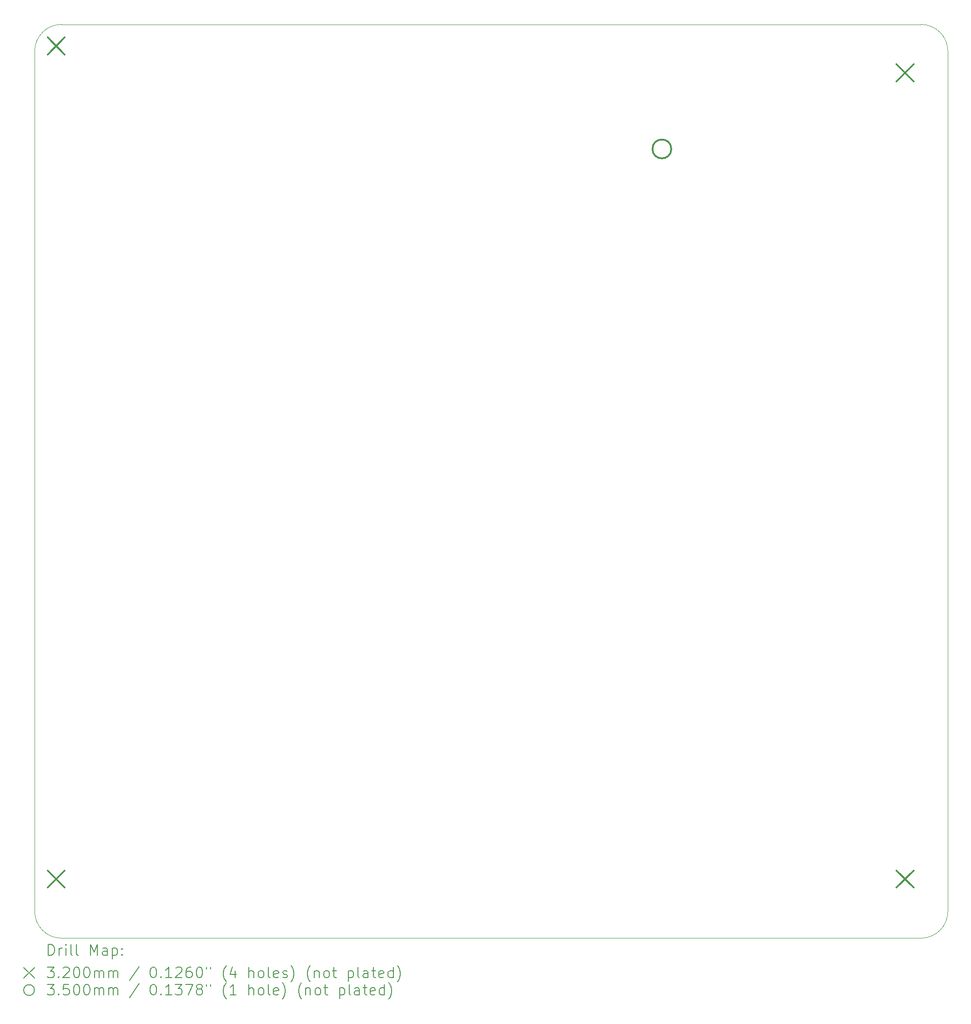
<source format=gbr>
%TF.GenerationSoftware,KiCad,Pcbnew,7.0.3*%
%TF.CreationDate,2023-05-19T23:21:27+08:00*%
%TF.ProjectId,MotherBoard,4d6f7468-6572-4426-9f61-72642e6b6963,rev?*%
%TF.SameCoordinates,PX10513f0PY11c7c20*%
%TF.FileFunction,Drillmap*%
%TF.FilePolarity,Positive*%
%FSLAX45Y45*%
G04 Gerber Fmt 4.5, Leading zero omitted, Abs format (unit mm)*
G04 Created by KiCad (PCBNEW 7.0.3) date 2023-05-19 23:21:27*
%MOMM*%
%LPD*%
G01*
G04 APERTURE LIST*
%ADD10C,0.100000*%
%ADD11C,0.200000*%
%ADD12C,0.320000*%
%ADD13C,0.350000*%
G04 APERTURE END LIST*
D10*
X-400000Y-16100000D02*
X-400000Y-100000D01*
X16600000Y-100000D02*
X16600000Y-16100000D01*
X16600000Y-100000D02*
G75*
G03*
X16100000Y400000I-500000J0D01*
G01*
X100000Y400000D02*
X16100000Y400000D01*
X-400000Y-16100000D02*
G75*
G03*
X100000Y-16600000I500000J0D01*
G01*
X16100000Y-16600000D02*
X100000Y-16600000D01*
X16100000Y-16600000D02*
G75*
G03*
X16600000Y-16100000I0J500000D01*
G01*
X100000Y400000D02*
G75*
G03*
X-400000Y-100000I0J-500000D01*
G01*
D11*
D12*
X-160000Y160000D02*
X160000Y-160000D01*
X160000Y160000D02*
X-160000Y-160000D01*
X-160000Y-15340000D02*
X160000Y-15660000D01*
X160000Y-15340000D02*
X-160000Y-15660000D01*
X15640000Y-340000D02*
X15960000Y-660000D01*
X15960000Y-340000D02*
X15640000Y-660000D01*
X15640000Y-15340000D02*
X15960000Y-15660000D01*
X15960000Y-15340000D02*
X15640000Y-15660000D01*
D13*
X11451000Y-1917000D02*
G75*
G03*
X11451000Y-1917000I-175000J0D01*
G01*
D11*
X-144223Y-16916484D02*
X-144223Y-16716484D01*
X-144223Y-16716484D02*
X-96604Y-16716484D01*
X-96604Y-16716484D02*
X-68033Y-16726008D01*
X-68033Y-16726008D02*
X-48985Y-16745055D01*
X-48985Y-16745055D02*
X-39461Y-16764103D01*
X-39461Y-16764103D02*
X-29937Y-16802198D01*
X-29937Y-16802198D02*
X-29937Y-16830770D01*
X-29937Y-16830770D02*
X-39461Y-16868865D01*
X-39461Y-16868865D02*
X-48985Y-16887912D01*
X-48985Y-16887912D02*
X-68033Y-16906960D01*
X-68033Y-16906960D02*
X-96604Y-16916484D01*
X-96604Y-16916484D02*
X-144223Y-16916484D01*
X55777Y-16916484D02*
X55777Y-16783150D01*
X55777Y-16821246D02*
X65301Y-16802198D01*
X65301Y-16802198D02*
X74824Y-16792674D01*
X74824Y-16792674D02*
X93872Y-16783150D01*
X93872Y-16783150D02*
X112920Y-16783150D01*
X179586Y-16916484D02*
X179586Y-16783150D01*
X179586Y-16716484D02*
X170063Y-16726008D01*
X170063Y-16726008D02*
X179586Y-16735531D01*
X179586Y-16735531D02*
X189110Y-16726008D01*
X189110Y-16726008D02*
X179586Y-16716484D01*
X179586Y-16716484D02*
X179586Y-16735531D01*
X303396Y-16916484D02*
X284348Y-16906960D01*
X284348Y-16906960D02*
X274824Y-16887912D01*
X274824Y-16887912D02*
X274824Y-16716484D01*
X408158Y-16916484D02*
X389110Y-16906960D01*
X389110Y-16906960D02*
X379586Y-16887912D01*
X379586Y-16887912D02*
X379586Y-16716484D01*
X636729Y-16916484D02*
X636729Y-16716484D01*
X636729Y-16716484D02*
X703396Y-16859341D01*
X703396Y-16859341D02*
X770062Y-16716484D01*
X770062Y-16716484D02*
X770062Y-16916484D01*
X951015Y-16916484D02*
X951015Y-16811722D01*
X951015Y-16811722D02*
X941491Y-16792674D01*
X941491Y-16792674D02*
X922443Y-16783150D01*
X922443Y-16783150D02*
X884348Y-16783150D01*
X884348Y-16783150D02*
X865301Y-16792674D01*
X951015Y-16906960D02*
X931967Y-16916484D01*
X931967Y-16916484D02*
X884348Y-16916484D01*
X884348Y-16916484D02*
X865301Y-16906960D01*
X865301Y-16906960D02*
X855777Y-16887912D01*
X855777Y-16887912D02*
X855777Y-16868865D01*
X855777Y-16868865D02*
X865301Y-16849817D01*
X865301Y-16849817D02*
X884348Y-16840293D01*
X884348Y-16840293D02*
X931967Y-16840293D01*
X931967Y-16840293D02*
X951015Y-16830770D01*
X1046253Y-16783150D02*
X1046253Y-16983150D01*
X1046253Y-16792674D02*
X1065301Y-16783150D01*
X1065301Y-16783150D02*
X1103396Y-16783150D01*
X1103396Y-16783150D02*
X1122444Y-16792674D01*
X1122444Y-16792674D02*
X1131967Y-16802198D01*
X1131967Y-16802198D02*
X1141491Y-16821246D01*
X1141491Y-16821246D02*
X1141491Y-16878389D01*
X1141491Y-16878389D02*
X1131967Y-16897436D01*
X1131967Y-16897436D02*
X1122444Y-16906960D01*
X1122444Y-16906960D02*
X1103396Y-16916484D01*
X1103396Y-16916484D02*
X1065301Y-16916484D01*
X1065301Y-16916484D02*
X1046253Y-16906960D01*
X1227205Y-16897436D02*
X1236729Y-16906960D01*
X1236729Y-16906960D02*
X1227205Y-16916484D01*
X1227205Y-16916484D02*
X1217682Y-16906960D01*
X1217682Y-16906960D02*
X1227205Y-16897436D01*
X1227205Y-16897436D02*
X1227205Y-16916484D01*
X1227205Y-16792674D02*
X1236729Y-16802198D01*
X1236729Y-16802198D02*
X1227205Y-16811722D01*
X1227205Y-16811722D02*
X1217682Y-16802198D01*
X1217682Y-16802198D02*
X1227205Y-16792674D01*
X1227205Y-16792674D02*
X1227205Y-16811722D01*
X-605000Y-17145000D02*
X-405000Y-17345000D01*
X-405000Y-17145000D02*
X-605000Y-17345000D01*
X-163271Y-17136484D02*
X-39461Y-17136484D01*
X-39461Y-17136484D02*
X-106128Y-17212674D01*
X-106128Y-17212674D02*
X-77557Y-17212674D01*
X-77557Y-17212674D02*
X-58509Y-17222198D01*
X-58509Y-17222198D02*
X-48985Y-17231722D01*
X-48985Y-17231722D02*
X-39461Y-17250770D01*
X-39461Y-17250770D02*
X-39461Y-17298389D01*
X-39461Y-17298389D02*
X-48985Y-17317436D01*
X-48985Y-17317436D02*
X-58509Y-17326960D01*
X-58509Y-17326960D02*
X-77557Y-17336484D01*
X-77557Y-17336484D02*
X-134699Y-17336484D01*
X-134699Y-17336484D02*
X-153747Y-17326960D01*
X-153747Y-17326960D02*
X-163271Y-17317436D01*
X46253Y-17317436D02*
X55777Y-17326960D01*
X55777Y-17326960D02*
X46253Y-17336484D01*
X46253Y-17336484D02*
X36729Y-17326960D01*
X36729Y-17326960D02*
X46253Y-17317436D01*
X46253Y-17317436D02*
X46253Y-17336484D01*
X131967Y-17155531D02*
X141491Y-17146008D01*
X141491Y-17146008D02*
X160539Y-17136484D01*
X160539Y-17136484D02*
X208158Y-17136484D01*
X208158Y-17136484D02*
X227205Y-17146008D01*
X227205Y-17146008D02*
X236729Y-17155531D01*
X236729Y-17155531D02*
X246253Y-17174579D01*
X246253Y-17174579D02*
X246253Y-17193627D01*
X246253Y-17193627D02*
X236729Y-17222198D01*
X236729Y-17222198D02*
X122443Y-17336484D01*
X122443Y-17336484D02*
X246253Y-17336484D01*
X370062Y-17136484D02*
X389110Y-17136484D01*
X389110Y-17136484D02*
X408158Y-17146008D01*
X408158Y-17146008D02*
X417682Y-17155531D01*
X417682Y-17155531D02*
X427205Y-17174579D01*
X427205Y-17174579D02*
X436729Y-17212674D01*
X436729Y-17212674D02*
X436729Y-17260293D01*
X436729Y-17260293D02*
X427205Y-17298389D01*
X427205Y-17298389D02*
X417682Y-17317436D01*
X417682Y-17317436D02*
X408158Y-17326960D01*
X408158Y-17326960D02*
X389110Y-17336484D01*
X389110Y-17336484D02*
X370062Y-17336484D01*
X370062Y-17336484D02*
X351015Y-17326960D01*
X351015Y-17326960D02*
X341491Y-17317436D01*
X341491Y-17317436D02*
X331967Y-17298389D01*
X331967Y-17298389D02*
X322444Y-17260293D01*
X322444Y-17260293D02*
X322444Y-17212674D01*
X322444Y-17212674D02*
X331967Y-17174579D01*
X331967Y-17174579D02*
X341491Y-17155531D01*
X341491Y-17155531D02*
X351015Y-17146008D01*
X351015Y-17146008D02*
X370062Y-17136484D01*
X560539Y-17136484D02*
X579586Y-17136484D01*
X579586Y-17136484D02*
X598634Y-17146008D01*
X598634Y-17146008D02*
X608158Y-17155531D01*
X608158Y-17155531D02*
X617682Y-17174579D01*
X617682Y-17174579D02*
X627205Y-17212674D01*
X627205Y-17212674D02*
X627205Y-17260293D01*
X627205Y-17260293D02*
X617682Y-17298389D01*
X617682Y-17298389D02*
X608158Y-17317436D01*
X608158Y-17317436D02*
X598634Y-17326960D01*
X598634Y-17326960D02*
X579586Y-17336484D01*
X579586Y-17336484D02*
X560539Y-17336484D01*
X560539Y-17336484D02*
X541491Y-17326960D01*
X541491Y-17326960D02*
X531967Y-17317436D01*
X531967Y-17317436D02*
X522443Y-17298389D01*
X522443Y-17298389D02*
X512920Y-17260293D01*
X512920Y-17260293D02*
X512920Y-17212674D01*
X512920Y-17212674D02*
X522443Y-17174579D01*
X522443Y-17174579D02*
X531967Y-17155531D01*
X531967Y-17155531D02*
X541491Y-17146008D01*
X541491Y-17146008D02*
X560539Y-17136484D01*
X712920Y-17336484D02*
X712920Y-17203150D01*
X712920Y-17222198D02*
X722443Y-17212674D01*
X722443Y-17212674D02*
X741491Y-17203150D01*
X741491Y-17203150D02*
X770063Y-17203150D01*
X770063Y-17203150D02*
X789110Y-17212674D01*
X789110Y-17212674D02*
X798634Y-17231722D01*
X798634Y-17231722D02*
X798634Y-17336484D01*
X798634Y-17231722D02*
X808158Y-17212674D01*
X808158Y-17212674D02*
X827205Y-17203150D01*
X827205Y-17203150D02*
X855777Y-17203150D01*
X855777Y-17203150D02*
X874824Y-17212674D01*
X874824Y-17212674D02*
X884348Y-17231722D01*
X884348Y-17231722D02*
X884348Y-17336484D01*
X979586Y-17336484D02*
X979586Y-17203150D01*
X979586Y-17222198D02*
X989110Y-17212674D01*
X989110Y-17212674D02*
X1008158Y-17203150D01*
X1008158Y-17203150D02*
X1036729Y-17203150D01*
X1036729Y-17203150D02*
X1055777Y-17212674D01*
X1055777Y-17212674D02*
X1065301Y-17231722D01*
X1065301Y-17231722D02*
X1065301Y-17336484D01*
X1065301Y-17231722D02*
X1074825Y-17212674D01*
X1074825Y-17212674D02*
X1093872Y-17203150D01*
X1093872Y-17203150D02*
X1122444Y-17203150D01*
X1122444Y-17203150D02*
X1141491Y-17212674D01*
X1141491Y-17212674D02*
X1151015Y-17231722D01*
X1151015Y-17231722D02*
X1151015Y-17336484D01*
X1541491Y-17126960D02*
X1370063Y-17384103D01*
X1798634Y-17136484D02*
X1817682Y-17136484D01*
X1817682Y-17136484D02*
X1836729Y-17146008D01*
X1836729Y-17146008D02*
X1846253Y-17155531D01*
X1846253Y-17155531D02*
X1855777Y-17174579D01*
X1855777Y-17174579D02*
X1865301Y-17212674D01*
X1865301Y-17212674D02*
X1865301Y-17260293D01*
X1865301Y-17260293D02*
X1855777Y-17298389D01*
X1855777Y-17298389D02*
X1846253Y-17317436D01*
X1846253Y-17317436D02*
X1836729Y-17326960D01*
X1836729Y-17326960D02*
X1817682Y-17336484D01*
X1817682Y-17336484D02*
X1798634Y-17336484D01*
X1798634Y-17336484D02*
X1779586Y-17326960D01*
X1779586Y-17326960D02*
X1770063Y-17317436D01*
X1770063Y-17317436D02*
X1760539Y-17298389D01*
X1760539Y-17298389D02*
X1751015Y-17260293D01*
X1751015Y-17260293D02*
X1751015Y-17212674D01*
X1751015Y-17212674D02*
X1760539Y-17174579D01*
X1760539Y-17174579D02*
X1770063Y-17155531D01*
X1770063Y-17155531D02*
X1779586Y-17146008D01*
X1779586Y-17146008D02*
X1798634Y-17136484D01*
X1951015Y-17317436D02*
X1960539Y-17326960D01*
X1960539Y-17326960D02*
X1951015Y-17336484D01*
X1951015Y-17336484D02*
X1941491Y-17326960D01*
X1941491Y-17326960D02*
X1951015Y-17317436D01*
X1951015Y-17317436D02*
X1951015Y-17336484D01*
X2151015Y-17336484D02*
X2036729Y-17336484D01*
X2093872Y-17336484D02*
X2093872Y-17136484D01*
X2093872Y-17136484D02*
X2074825Y-17165055D01*
X2074825Y-17165055D02*
X2055777Y-17184103D01*
X2055777Y-17184103D02*
X2036729Y-17193627D01*
X2227206Y-17155531D02*
X2236729Y-17146008D01*
X2236729Y-17146008D02*
X2255777Y-17136484D01*
X2255777Y-17136484D02*
X2303396Y-17136484D01*
X2303396Y-17136484D02*
X2322444Y-17146008D01*
X2322444Y-17146008D02*
X2331968Y-17155531D01*
X2331968Y-17155531D02*
X2341491Y-17174579D01*
X2341491Y-17174579D02*
X2341491Y-17193627D01*
X2341491Y-17193627D02*
X2331968Y-17222198D01*
X2331968Y-17222198D02*
X2217682Y-17336484D01*
X2217682Y-17336484D02*
X2341491Y-17336484D01*
X2512920Y-17136484D02*
X2474825Y-17136484D01*
X2474825Y-17136484D02*
X2455777Y-17146008D01*
X2455777Y-17146008D02*
X2446253Y-17155531D01*
X2446253Y-17155531D02*
X2427206Y-17184103D01*
X2427206Y-17184103D02*
X2417682Y-17222198D01*
X2417682Y-17222198D02*
X2417682Y-17298389D01*
X2417682Y-17298389D02*
X2427206Y-17317436D01*
X2427206Y-17317436D02*
X2436729Y-17326960D01*
X2436729Y-17326960D02*
X2455777Y-17336484D01*
X2455777Y-17336484D02*
X2493872Y-17336484D01*
X2493872Y-17336484D02*
X2512920Y-17326960D01*
X2512920Y-17326960D02*
X2522444Y-17317436D01*
X2522444Y-17317436D02*
X2531968Y-17298389D01*
X2531968Y-17298389D02*
X2531968Y-17250770D01*
X2531968Y-17250770D02*
X2522444Y-17231722D01*
X2522444Y-17231722D02*
X2512920Y-17222198D01*
X2512920Y-17222198D02*
X2493872Y-17212674D01*
X2493872Y-17212674D02*
X2455777Y-17212674D01*
X2455777Y-17212674D02*
X2436729Y-17222198D01*
X2436729Y-17222198D02*
X2427206Y-17231722D01*
X2427206Y-17231722D02*
X2417682Y-17250770D01*
X2655777Y-17136484D02*
X2674825Y-17136484D01*
X2674825Y-17136484D02*
X2693872Y-17146008D01*
X2693872Y-17146008D02*
X2703396Y-17155531D01*
X2703396Y-17155531D02*
X2712920Y-17174579D01*
X2712920Y-17174579D02*
X2722444Y-17212674D01*
X2722444Y-17212674D02*
X2722444Y-17260293D01*
X2722444Y-17260293D02*
X2712920Y-17298389D01*
X2712920Y-17298389D02*
X2703396Y-17317436D01*
X2703396Y-17317436D02*
X2693872Y-17326960D01*
X2693872Y-17326960D02*
X2674825Y-17336484D01*
X2674825Y-17336484D02*
X2655777Y-17336484D01*
X2655777Y-17336484D02*
X2636729Y-17326960D01*
X2636729Y-17326960D02*
X2627206Y-17317436D01*
X2627206Y-17317436D02*
X2617682Y-17298389D01*
X2617682Y-17298389D02*
X2608158Y-17260293D01*
X2608158Y-17260293D02*
X2608158Y-17212674D01*
X2608158Y-17212674D02*
X2617682Y-17174579D01*
X2617682Y-17174579D02*
X2627206Y-17155531D01*
X2627206Y-17155531D02*
X2636729Y-17146008D01*
X2636729Y-17146008D02*
X2655777Y-17136484D01*
X2798634Y-17136484D02*
X2798634Y-17174579D01*
X2874825Y-17136484D02*
X2874825Y-17174579D01*
X3170063Y-17412674D02*
X3160539Y-17403150D01*
X3160539Y-17403150D02*
X3141491Y-17374579D01*
X3141491Y-17374579D02*
X3131968Y-17355531D01*
X3131968Y-17355531D02*
X3122444Y-17326960D01*
X3122444Y-17326960D02*
X3112920Y-17279341D01*
X3112920Y-17279341D02*
X3112920Y-17241246D01*
X3112920Y-17241246D02*
X3122444Y-17193627D01*
X3122444Y-17193627D02*
X3131968Y-17165055D01*
X3131968Y-17165055D02*
X3141491Y-17146008D01*
X3141491Y-17146008D02*
X3160539Y-17117436D01*
X3160539Y-17117436D02*
X3170063Y-17107912D01*
X3331968Y-17203150D02*
X3331968Y-17336484D01*
X3284348Y-17126960D02*
X3236729Y-17269817D01*
X3236729Y-17269817D02*
X3360539Y-17269817D01*
X3589110Y-17336484D02*
X3589110Y-17136484D01*
X3674825Y-17336484D02*
X3674825Y-17231722D01*
X3674825Y-17231722D02*
X3665301Y-17212674D01*
X3665301Y-17212674D02*
X3646253Y-17203150D01*
X3646253Y-17203150D02*
X3617682Y-17203150D01*
X3617682Y-17203150D02*
X3598634Y-17212674D01*
X3598634Y-17212674D02*
X3589110Y-17222198D01*
X3798634Y-17336484D02*
X3779587Y-17326960D01*
X3779587Y-17326960D02*
X3770063Y-17317436D01*
X3770063Y-17317436D02*
X3760539Y-17298389D01*
X3760539Y-17298389D02*
X3760539Y-17241246D01*
X3760539Y-17241246D02*
X3770063Y-17222198D01*
X3770063Y-17222198D02*
X3779587Y-17212674D01*
X3779587Y-17212674D02*
X3798634Y-17203150D01*
X3798634Y-17203150D02*
X3827206Y-17203150D01*
X3827206Y-17203150D02*
X3846253Y-17212674D01*
X3846253Y-17212674D02*
X3855777Y-17222198D01*
X3855777Y-17222198D02*
X3865301Y-17241246D01*
X3865301Y-17241246D02*
X3865301Y-17298389D01*
X3865301Y-17298389D02*
X3855777Y-17317436D01*
X3855777Y-17317436D02*
X3846253Y-17326960D01*
X3846253Y-17326960D02*
X3827206Y-17336484D01*
X3827206Y-17336484D02*
X3798634Y-17336484D01*
X3979587Y-17336484D02*
X3960539Y-17326960D01*
X3960539Y-17326960D02*
X3951015Y-17307912D01*
X3951015Y-17307912D02*
X3951015Y-17136484D01*
X4131968Y-17326960D02*
X4112920Y-17336484D01*
X4112920Y-17336484D02*
X4074825Y-17336484D01*
X4074825Y-17336484D02*
X4055777Y-17326960D01*
X4055777Y-17326960D02*
X4046253Y-17307912D01*
X4046253Y-17307912D02*
X4046253Y-17231722D01*
X4046253Y-17231722D02*
X4055777Y-17212674D01*
X4055777Y-17212674D02*
X4074825Y-17203150D01*
X4074825Y-17203150D02*
X4112920Y-17203150D01*
X4112920Y-17203150D02*
X4131968Y-17212674D01*
X4131968Y-17212674D02*
X4141491Y-17231722D01*
X4141491Y-17231722D02*
X4141491Y-17250770D01*
X4141491Y-17250770D02*
X4046253Y-17269817D01*
X4217682Y-17326960D02*
X4236730Y-17336484D01*
X4236730Y-17336484D02*
X4274825Y-17336484D01*
X4274825Y-17336484D02*
X4293873Y-17326960D01*
X4293873Y-17326960D02*
X4303396Y-17307912D01*
X4303396Y-17307912D02*
X4303396Y-17298389D01*
X4303396Y-17298389D02*
X4293873Y-17279341D01*
X4293873Y-17279341D02*
X4274825Y-17269817D01*
X4274825Y-17269817D02*
X4246253Y-17269817D01*
X4246253Y-17269817D02*
X4227206Y-17260293D01*
X4227206Y-17260293D02*
X4217682Y-17241246D01*
X4217682Y-17241246D02*
X4217682Y-17231722D01*
X4217682Y-17231722D02*
X4227206Y-17212674D01*
X4227206Y-17212674D02*
X4246253Y-17203150D01*
X4246253Y-17203150D02*
X4274825Y-17203150D01*
X4274825Y-17203150D02*
X4293873Y-17212674D01*
X4370063Y-17412674D02*
X4379587Y-17403150D01*
X4379587Y-17403150D02*
X4398634Y-17374579D01*
X4398634Y-17374579D02*
X4408158Y-17355531D01*
X4408158Y-17355531D02*
X4417682Y-17326960D01*
X4417682Y-17326960D02*
X4427206Y-17279341D01*
X4427206Y-17279341D02*
X4427206Y-17241246D01*
X4427206Y-17241246D02*
X4417682Y-17193627D01*
X4417682Y-17193627D02*
X4408158Y-17165055D01*
X4408158Y-17165055D02*
X4398634Y-17146008D01*
X4398634Y-17146008D02*
X4379587Y-17117436D01*
X4379587Y-17117436D02*
X4370063Y-17107912D01*
X4731968Y-17412674D02*
X4722444Y-17403150D01*
X4722444Y-17403150D02*
X4703396Y-17374579D01*
X4703396Y-17374579D02*
X4693873Y-17355531D01*
X4693873Y-17355531D02*
X4684349Y-17326960D01*
X4684349Y-17326960D02*
X4674825Y-17279341D01*
X4674825Y-17279341D02*
X4674825Y-17241246D01*
X4674825Y-17241246D02*
X4684349Y-17193627D01*
X4684349Y-17193627D02*
X4693873Y-17165055D01*
X4693873Y-17165055D02*
X4703396Y-17146008D01*
X4703396Y-17146008D02*
X4722444Y-17117436D01*
X4722444Y-17117436D02*
X4731968Y-17107912D01*
X4808158Y-17203150D02*
X4808158Y-17336484D01*
X4808158Y-17222198D02*
X4817682Y-17212674D01*
X4817682Y-17212674D02*
X4836730Y-17203150D01*
X4836730Y-17203150D02*
X4865301Y-17203150D01*
X4865301Y-17203150D02*
X4884349Y-17212674D01*
X4884349Y-17212674D02*
X4893873Y-17231722D01*
X4893873Y-17231722D02*
X4893873Y-17336484D01*
X5017682Y-17336484D02*
X4998634Y-17326960D01*
X4998634Y-17326960D02*
X4989111Y-17317436D01*
X4989111Y-17317436D02*
X4979587Y-17298389D01*
X4979587Y-17298389D02*
X4979587Y-17241246D01*
X4979587Y-17241246D02*
X4989111Y-17222198D01*
X4989111Y-17222198D02*
X4998634Y-17212674D01*
X4998634Y-17212674D02*
X5017682Y-17203150D01*
X5017682Y-17203150D02*
X5046254Y-17203150D01*
X5046254Y-17203150D02*
X5065301Y-17212674D01*
X5065301Y-17212674D02*
X5074825Y-17222198D01*
X5074825Y-17222198D02*
X5084349Y-17241246D01*
X5084349Y-17241246D02*
X5084349Y-17298389D01*
X5084349Y-17298389D02*
X5074825Y-17317436D01*
X5074825Y-17317436D02*
X5065301Y-17326960D01*
X5065301Y-17326960D02*
X5046254Y-17336484D01*
X5046254Y-17336484D02*
X5017682Y-17336484D01*
X5141492Y-17203150D02*
X5217682Y-17203150D01*
X5170063Y-17136484D02*
X5170063Y-17307912D01*
X5170063Y-17307912D02*
X5179587Y-17326960D01*
X5179587Y-17326960D02*
X5198634Y-17336484D01*
X5198634Y-17336484D02*
X5217682Y-17336484D01*
X5436730Y-17203150D02*
X5436730Y-17403150D01*
X5436730Y-17212674D02*
X5455777Y-17203150D01*
X5455777Y-17203150D02*
X5493873Y-17203150D01*
X5493873Y-17203150D02*
X5512920Y-17212674D01*
X5512920Y-17212674D02*
X5522444Y-17222198D01*
X5522444Y-17222198D02*
X5531968Y-17241246D01*
X5531968Y-17241246D02*
X5531968Y-17298389D01*
X5531968Y-17298389D02*
X5522444Y-17317436D01*
X5522444Y-17317436D02*
X5512920Y-17326960D01*
X5512920Y-17326960D02*
X5493873Y-17336484D01*
X5493873Y-17336484D02*
X5455777Y-17336484D01*
X5455777Y-17336484D02*
X5436730Y-17326960D01*
X5646253Y-17336484D02*
X5627206Y-17326960D01*
X5627206Y-17326960D02*
X5617682Y-17307912D01*
X5617682Y-17307912D02*
X5617682Y-17136484D01*
X5808158Y-17336484D02*
X5808158Y-17231722D01*
X5808158Y-17231722D02*
X5798634Y-17212674D01*
X5798634Y-17212674D02*
X5779587Y-17203150D01*
X5779587Y-17203150D02*
X5741492Y-17203150D01*
X5741492Y-17203150D02*
X5722444Y-17212674D01*
X5808158Y-17326960D02*
X5789111Y-17336484D01*
X5789111Y-17336484D02*
X5741492Y-17336484D01*
X5741492Y-17336484D02*
X5722444Y-17326960D01*
X5722444Y-17326960D02*
X5712920Y-17307912D01*
X5712920Y-17307912D02*
X5712920Y-17288865D01*
X5712920Y-17288865D02*
X5722444Y-17269817D01*
X5722444Y-17269817D02*
X5741492Y-17260293D01*
X5741492Y-17260293D02*
X5789111Y-17260293D01*
X5789111Y-17260293D02*
X5808158Y-17250770D01*
X5874825Y-17203150D02*
X5951015Y-17203150D01*
X5903396Y-17136484D02*
X5903396Y-17307912D01*
X5903396Y-17307912D02*
X5912920Y-17326960D01*
X5912920Y-17326960D02*
X5931968Y-17336484D01*
X5931968Y-17336484D02*
X5951015Y-17336484D01*
X6093873Y-17326960D02*
X6074825Y-17336484D01*
X6074825Y-17336484D02*
X6036730Y-17336484D01*
X6036730Y-17336484D02*
X6017682Y-17326960D01*
X6017682Y-17326960D02*
X6008158Y-17307912D01*
X6008158Y-17307912D02*
X6008158Y-17231722D01*
X6008158Y-17231722D02*
X6017682Y-17212674D01*
X6017682Y-17212674D02*
X6036730Y-17203150D01*
X6036730Y-17203150D02*
X6074825Y-17203150D01*
X6074825Y-17203150D02*
X6093873Y-17212674D01*
X6093873Y-17212674D02*
X6103396Y-17231722D01*
X6103396Y-17231722D02*
X6103396Y-17250770D01*
X6103396Y-17250770D02*
X6008158Y-17269817D01*
X6274825Y-17336484D02*
X6274825Y-17136484D01*
X6274825Y-17326960D02*
X6255777Y-17336484D01*
X6255777Y-17336484D02*
X6217682Y-17336484D01*
X6217682Y-17336484D02*
X6198634Y-17326960D01*
X6198634Y-17326960D02*
X6189111Y-17317436D01*
X6189111Y-17317436D02*
X6179587Y-17298389D01*
X6179587Y-17298389D02*
X6179587Y-17241246D01*
X6179587Y-17241246D02*
X6189111Y-17222198D01*
X6189111Y-17222198D02*
X6198634Y-17212674D01*
X6198634Y-17212674D02*
X6217682Y-17203150D01*
X6217682Y-17203150D02*
X6255777Y-17203150D01*
X6255777Y-17203150D02*
X6274825Y-17212674D01*
X6351015Y-17412674D02*
X6360539Y-17403150D01*
X6360539Y-17403150D02*
X6379587Y-17374579D01*
X6379587Y-17374579D02*
X6389111Y-17355531D01*
X6389111Y-17355531D02*
X6398634Y-17326960D01*
X6398634Y-17326960D02*
X6408158Y-17279341D01*
X6408158Y-17279341D02*
X6408158Y-17241246D01*
X6408158Y-17241246D02*
X6398634Y-17193627D01*
X6398634Y-17193627D02*
X6389111Y-17165055D01*
X6389111Y-17165055D02*
X6379587Y-17146008D01*
X6379587Y-17146008D02*
X6360539Y-17117436D01*
X6360539Y-17117436D02*
X6351015Y-17107912D01*
X-405000Y-17565000D02*
G75*
G03*
X-405000Y-17565000I-100000J0D01*
G01*
X-163271Y-17456484D02*
X-39461Y-17456484D01*
X-39461Y-17456484D02*
X-106128Y-17532674D01*
X-106128Y-17532674D02*
X-77557Y-17532674D01*
X-77557Y-17532674D02*
X-58509Y-17542198D01*
X-58509Y-17542198D02*
X-48985Y-17551722D01*
X-48985Y-17551722D02*
X-39461Y-17570770D01*
X-39461Y-17570770D02*
X-39461Y-17618389D01*
X-39461Y-17618389D02*
X-48985Y-17637436D01*
X-48985Y-17637436D02*
X-58509Y-17646960D01*
X-58509Y-17646960D02*
X-77557Y-17656484D01*
X-77557Y-17656484D02*
X-134699Y-17656484D01*
X-134699Y-17656484D02*
X-153747Y-17646960D01*
X-153747Y-17646960D02*
X-163271Y-17637436D01*
X46253Y-17637436D02*
X55777Y-17646960D01*
X55777Y-17646960D02*
X46253Y-17656484D01*
X46253Y-17656484D02*
X36729Y-17646960D01*
X36729Y-17646960D02*
X46253Y-17637436D01*
X46253Y-17637436D02*
X46253Y-17656484D01*
X236729Y-17456484D02*
X141491Y-17456484D01*
X141491Y-17456484D02*
X131967Y-17551722D01*
X131967Y-17551722D02*
X141491Y-17542198D01*
X141491Y-17542198D02*
X160539Y-17532674D01*
X160539Y-17532674D02*
X208158Y-17532674D01*
X208158Y-17532674D02*
X227205Y-17542198D01*
X227205Y-17542198D02*
X236729Y-17551722D01*
X236729Y-17551722D02*
X246253Y-17570770D01*
X246253Y-17570770D02*
X246253Y-17618389D01*
X246253Y-17618389D02*
X236729Y-17637436D01*
X236729Y-17637436D02*
X227205Y-17646960D01*
X227205Y-17646960D02*
X208158Y-17656484D01*
X208158Y-17656484D02*
X160539Y-17656484D01*
X160539Y-17656484D02*
X141491Y-17646960D01*
X141491Y-17646960D02*
X131967Y-17637436D01*
X370062Y-17456484D02*
X389110Y-17456484D01*
X389110Y-17456484D02*
X408158Y-17466008D01*
X408158Y-17466008D02*
X417682Y-17475531D01*
X417682Y-17475531D02*
X427205Y-17494579D01*
X427205Y-17494579D02*
X436729Y-17532674D01*
X436729Y-17532674D02*
X436729Y-17580293D01*
X436729Y-17580293D02*
X427205Y-17618389D01*
X427205Y-17618389D02*
X417682Y-17637436D01*
X417682Y-17637436D02*
X408158Y-17646960D01*
X408158Y-17646960D02*
X389110Y-17656484D01*
X389110Y-17656484D02*
X370062Y-17656484D01*
X370062Y-17656484D02*
X351015Y-17646960D01*
X351015Y-17646960D02*
X341491Y-17637436D01*
X341491Y-17637436D02*
X331967Y-17618389D01*
X331967Y-17618389D02*
X322444Y-17580293D01*
X322444Y-17580293D02*
X322444Y-17532674D01*
X322444Y-17532674D02*
X331967Y-17494579D01*
X331967Y-17494579D02*
X341491Y-17475531D01*
X341491Y-17475531D02*
X351015Y-17466008D01*
X351015Y-17466008D02*
X370062Y-17456484D01*
X560539Y-17456484D02*
X579586Y-17456484D01*
X579586Y-17456484D02*
X598634Y-17466008D01*
X598634Y-17466008D02*
X608158Y-17475531D01*
X608158Y-17475531D02*
X617682Y-17494579D01*
X617682Y-17494579D02*
X627205Y-17532674D01*
X627205Y-17532674D02*
X627205Y-17580293D01*
X627205Y-17580293D02*
X617682Y-17618389D01*
X617682Y-17618389D02*
X608158Y-17637436D01*
X608158Y-17637436D02*
X598634Y-17646960D01*
X598634Y-17646960D02*
X579586Y-17656484D01*
X579586Y-17656484D02*
X560539Y-17656484D01*
X560539Y-17656484D02*
X541491Y-17646960D01*
X541491Y-17646960D02*
X531967Y-17637436D01*
X531967Y-17637436D02*
X522443Y-17618389D01*
X522443Y-17618389D02*
X512920Y-17580293D01*
X512920Y-17580293D02*
X512920Y-17532674D01*
X512920Y-17532674D02*
X522443Y-17494579D01*
X522443Y-17494579D02*
X531967Y-17475531D01*
X531967Y-17475531D02*
X541491Y-17466008D01*
X541491Y-17466008D02*
X560539Y-17456484D01*
X712920Y-17656484D02*
X712920Y-17523150D01*
X712920Y-17542198D02*
X722443Y-17532674D01*
X722443Y-17532674D02*
X741491Y-17523150D01*
X741491Y-17523150D02*
X770063Y-17523150D01*
X770063Y-17523150D02*
X789110Y-17532674D01*
X789110Y-17532674D02*
X798634Y-17551722D01*
X798634Y-17551722D02*
X798634Y-17656484D01*
X798634Y-17551722D02*
X808158Y-17532674D01*
X808158Y-17532674D02*
X827205Y-17523150D01*
X827205Y-17523150D02*
X855777Y-17523150D01*
X855777Y-17523150D02*
X874824Y-17532674D01*
X874824Y-17532674D02*
X884348Y-17551722D01*
X884348Y-17551722D02*
X884348Y-17656484D01*
X979586Y-17656484D02*
X979586Y-17523150D01*
X979586Y-17542198D02*
X989110Y-17532674D01*
X989110Y-17532674D02*
X1008158Y-17523150D01*
X1008158Y-17523150D02*
X1036729Y-17523150D01*
X1036729Y-17523150D02*
X1055777Y-17532674D01*
X1055777Y-17532674D02*
X1065301Y-17551722D01*
X1065301Y-17551722D02*
X1065301Y-17656484D01*
X1065301Y-17551722D02*
X1074825Y-17532674D01*
X1074825Y-17532674D02*
X1093872Y-17523150D01*
X1093872Y-17523150D02*
X1122444Y-17523150D01*
X1122444Y-17523150D02*
X1141491Y-17532674D01*
X1141491Y-17532674D02*
X1151015Y-17551722D01*
X1151015Y-17551722D02*
X1151015Y-17656484D01*
X1541491Y-17446960D02*
X1370063Y-17704103D01*
X1798634Y-17456484D02*
X1817682Y-17456484D01*
X1817682Y-17456484D02*
X1836729Y-17466008D01*
X1836729Y-17466008D02*
X1846253Y-17475531D01*
X1846253Y-17475531D02*
X1855777Y-17494579D01*
X1855777Y-17494579D02*
X1865301Y-17532674D01*
X1865301Y-17532674D02*
X1865301Y-17580293D01*
X1865301Y-17580293D02*
X1855777Y-17618389D01*
X1855777Y-17618389D02*
X1846253Y-17637436D01*
X1846253Y-17637436D02*
X1836729Y-17646960D01*
X1836729Y-17646960D02*
X1817682Y-17656484D01*
X1817682Y-17656484D02*
X1798634Y-17656484D01*
X1798634Y-17656484D02*
X1779586Y-17646960D01*
X1779586Y-17646960D02*
X1770063Y-17637436D01*
X1770063Y-17637436D02*
X1760539Y-17618389D01*
X1760539Y-17618389D02*
X1751015Y-17580293D01*
X1751015Y-17580293D02*
X1751015Y-17532674D01*
X1751015Y-17532674D02*
X1760539Y-17494579D01*
X1760539Y-17494579D02*
X1770063Y-17475531D01*
X1770063Y-17475531D02*
X1779586Y-17466008D01*
X1779586Y-17466008D02*
X1798634Y-17456484D01*
X1951015Y-17637436D02*
X1960539Y-17646960D01*
X1960539Y-17646960D02*
X1951015Y-17656484D01*
X1951015Y-17656484D02*
X1941491Y-17646960D01*
X1941491Y-17646960D02*
X1951015Y-17637436D01*
X1951015Y-17637436D02*
X1951015Y-17656484D01*
X2151015Y-17656484D02*
X2036729Y-17656484D01*
X2093872Y-17656484D02*
X2093872Y-17456484D01*
X2093872Y-17456484D02*
X2074825Y-17485055D01*
X2074825Y-17485055D02*
X2055777Y-17504103D01*
X2055777Y-17504103D02*
X2036729Y-17513627D01*
X2217682Y-17456484D02*
X2341491Y-17456484D01*
X2341491Y-17456484D02*
X2274825Y-17532674D01*
X2274825Y-17532674D02*
X2303396Y-17532674D01*
X2303396Y-17532674D02*
X2322444Y-17542198D01*
X2322444Y-17542198D02*
X2331968Y-17551722D01*
X2331968Y-17551722D02*
X2341491Y-17570770D01*
X2341491Y-17570770D02*
X2341491Y-17618389D01*
X2341491Y-17618389D02*
X2331968Y-17637436D01*
X2331968Y-17637436D02*
X2322444Y-17646960D01*
X2322444Y-17646960D02*
X2303396Y-17656484D01*
X2303396Y-17656484D02*
X2246253Y-17656484D01*
X2246253Y-17656484D02*
X2227206Y-17646960D01*
X2227206Y-17646960D02*
X2217682Y-17637436D01*
X2408158Y-17456484D02*
X2541491Y-17456484D01*
X2541491Y-17456484D02*
X2455777Y-17656484D01*
X2646253Y-17542198D02*
X2627206Y-17532674D01*
X2627206Y-17532674D02*
X2617682Y-17523150D01*
X2617682Y-17523150D02*
X2608158Y-17504103D01*
X2608158Y-17504103D02*
X2608158Y-17494579D01*
X2608158Y-17494579D02*
X2617682Y-17475531D01*
X2617682Y-17475531D02*
X2627206Y-17466008D01*
X2627206Y-17466008D02*
X2646253Y-17456484D01*
X2646253Y-17456484D02*
X2684349Y-17456484D01*
X2684349Y-17456484D02*
X2703396Y-17466008D01*
X2703396Y-17466008D02*
X2712920Y-17475531D01*
X2712920Y-17475531D02*
X2722444Y-17494579D01*
X2722444Y-17494579D02*
X2722444Y-17504103D01*
X2722444Y-17504103D02*
X2712920Y-17523150D01*
X2712920Y-17523150D02*
X2703396Y-17532674D01*
X2703396Y-17532674D02*
X2684349Y-17542198D01*
X2684349Y-17542198D02*
X2646253Y-17542198D01*
X2646253Y-17542198D02*
X2627206Y-17551722D01*
X2627206Y-17551722D02*
X2617682Y-17561246D01*
X2617682Y-17561246D02*
X2608158Y-17580293D01*
X2608158Y-17580293D02*
X2608158Y-17618389D01*
X2608158Y-17618389D02*
X2617682Y-17637436D01*
X2617682Y-17637436D02*
X2627206Y-17646960D01*
X2627206Y-17646960D02*
X2646253Y-17656484D01*
X2646253Y-17656484D02*
X2684349Y-17656484D01*
X2684349Y-17656484D02*
X2703396Y-17646960D01*
X2703396Y-17646960D02*
X2712920Y-17637436D01*
X2712920Y-17637436D02*
X2722444Y-17618389D01*
X2722444Y-17618389D02*
X2722444Y-17580293D01*
X2722444Y-17580293D02*
X2712920Y-17561246D01*
X2712920Y-17561246D02*
X2703396Y-17551722D01*
X2703396Y-17551722D02*
X2684349Y-17542198D01*
X2798634Y-17456484D02*
X2798634Y-17494579D01*
X2874825Y-17456484D02*
X2874825Y-17494579D01*
X3170063Y-17732674D02*
X3160539Y-17723150D01*
X3160539Y-17723150D02*
X3141491Y-17694579D01*
X3141491Y-17694579D02*
X3131968Y-17675531D01*
X3131968Y-17675531D02*
X3122444Y-17646960D01*
X3122444Y-17646960D02*
X3112920Y-17599341D01*
X3112920Y-17599341D02*
X3112920Y-17561246D01*
X3112920Y-17561246D02*
X3122444Y-17513627D01*
X3122444Y-17513627D02*
X3131968Y-17485055D01*
X3131968Y-17485055D02*
X3141491Y-17466008D01*
X3141491Y-17466008D02*
X3160539Y-17437436D01*
X3160539Y-17437436D02*
X3170063Y-17427912D01*
X3351015Y-17656484D02*
X3236729Y-17656484D01*
X3293872Y-17656484D02*
X3293872Y-17456484D01*
X3293872Y-17456484D02*
X3274825Y-17485055D01*
X3274825Y-17485055D02*
X3255777Y-17504103D01*
X3255777Y-17504103D02*
X3236729Y-17513627D01*
X3589110Y-17656484D02*
X3589110Y-17456484D01*
X3674825Y-17656484D02*
X3674825Y-17551722D01*
X3674825Y-17551722D02*
X3665301Y-17532674D01*
X3665301Y-17532674D02*
X3646253Y-17523150D01*
X3646253Y-17523150D02*
X3617682Y-17523150D01*
X3617682Y-17523150D02*
X3598634Y-17532674D01*
X3598634Y-17532674D02*
X3589110Y-17542198D01*
X3798634Y-17656484D02*
X3779587Y-17646960D01*
X3779587Y-17646960D02*
X3770063Y-17637436D01*
X3770063Y-17637436D02*
X3760539Y-17618389D01*
X3760539Y-17618389D02*
X3760539Y-17561246D01*
X3760539Y-17561246D02*
X3770063Y-17542198D01*
X3770063Y-17542198D02*
X3779587Y-17532674D01*
X3779587Y-17532674D02*
X3798634Y-17523150D01*
X3798634Y-17523150D02*
X3827206Y-17523150D01*
X3827206Y-17523150D02*
X3846253Y-17532674D01*
X3846253Y-17532674D02*
X3855777Y-17542198D01*
X3855777Y-17542198D02*
X3865301Y-17561246D01*
X3865301Y-17561246D02*
X3865301Y-17618389D01*
X3865301Y-17618389D02*
X3855777Y-17637436D01*
X3855777Y-17637436D02*
X3846253Y-17646960D01*
X3846253Y-17646960D02*
X3827206Y-17656484D01*
X3827206Y-17656484D02*
X3798634Y-17656484D01*
X3979587Y-17656484D02*
X3960539Y-17646960D01*
X3960539Y-17646960D02*
X3951015Y-17627912D01*
X3951015Y-17627912D02*
X3951015Y-17456484D01*
X4131968Y-17646960D02*
X4112920Y-17656484D01*
X4112920Y-17656484D02*
X4074825Y-17656484D01*
X4074825Y-17656484D02*
X4055777Y-17646960D01*
X4055777Y-17646960D02*
X4046253Y-17627912D01*
X4046253Y-17627912D02*
X4046253Y-17551722D01*
X4046253Y-17551722D02*
X4055777Y-17532674D01*
X4055777Y-17532674D02*
X4074825Y-17523150D01*
X4074825Y-17523150D02*
X4112920Y-17523150D01*
X4112920Y-17523150D02*
X4131968Y-17532674D01*
X4131968Y-17532674D02*
X4141491Y-17551722D01*
X4141491Y-17551722D02*
X4141491Y-17570770D01*
X4141491Y-17570770D02*
X4046253Y-17589817D01*
X4208158Y-17732674D02*
X4217682Y-17723150D01*
X4217682Y-17723150D02*
X4236730Y-17694579D01*
X4236730Y-17694579D02*
X4246253Y-17675531D01*
X4246253Y-17675531D02*
X4255777Y-17646960D01*
X4255777Y-17646960D02*
X4265301Y-17599341D01*
X4265301Y-17599341D02*
X4265301Y-17561246D01*
X4265301Y-17561246D02*
X4255777Y-17513627D01*
X4255777Y-17513627D02*
X4246253Y-17485055D01*
X4246253Y-17485055D02*
X4236730Y-17466008D01*
X4236730Y-17466008D02*
X4217682Y-17437436D01*
X4217682Y-17437436D02*
X4208158Y-17427912D01*
X4570063Y-17732674D02*
X4560539Y-17723150D01*
X4560539Y-17723150D02*
X4541492Y-17694579D01*
X4541492Y-17694579D02*
X4531968Y-17675531D01*
X4531968Y-17675531D02*
X4522444Y-17646960D01*
X4522444Y-17646960D02*
X4512920Y-17599341D01*
X4512920Y-17599341D02*
X4512920Y-17561246D01*
X4512920Y-17561246D02*
X4522444Y-17513627D01*
X4522444Y-17513627D02*
X4531968Y-17485055D01*
X4531968Y-17485055D02*
X4541492Y-17466008D01*
X4541492Y-17466008D02*
X4560539Y-17437436D01*
X4560539Y-17437436D02*
X4570063Y-17427912D01*
X4646253Y-17523150D02*
X4646253Y-17656484D01*
X4646253Y-17542198D02*
X4655777Y-17532674D01*
X4655777Y-17532674D02*
X4674825Y-17523150D01*
X4674825Y-17523150D02*
X4703396Y-17523150D01*
X4703396Y-17523150D02*
X4722444Y-17532674D01*
X4722444Y-17532674D02*
X4731968Y-17551722D01*
X4731968Y-17551722D02*
X4731968Y-17656484D01*
X4855777Y-17656484D02*
X4836730Y-17646960D01*
X4836730Y-17646960D02*
X4827206Y-17637436D01*
X4827206Y-17637436D02*
X4817682Y-17618389D01*
X4817682Y-17618389D02*
X4817682Y-17561246D01*
X4817682Y-17561246D02*
X4827206Y-17542198D01*
X4827206Y-17542198D02*
X4836730Y-17532674D01*
X4836730Y-17532674D02*
X4855777Y-17523150D01*
X4855777Y-17523150D02*
X4884349Y-17523150D01*
X4884349Y-17523150D02*
X4903396Y-17532674D01*
X4903396Y-17532674D02*
X4912920Y-17542198D01*
X4912920Y-17542198D02*
X4922444Y-17561246D01*
X4922444Y-17561246D02*
X4922444Y-17618389D01*
X4922444Y-17618389D02*
X4912920Y-17637436D01*
X4912920Y-17637436D02*
X4903396Y-17646960D01*
X4903396Y-17646960D02*
X4884349Y-17656484D01*
X4884349Y-17656484D02*
X4855777Y-17656484D01*
X4979587Y-17523150D02*
X5055777Y-17523150D01*
X5008158Y-17456484D02*
X5008158Y-17627912D01*
X5008158Y-17627912D02*
X5017682Y-17646960D01*
X5017682Y-17646960D02*
X5036730Y-17656484D01*
X5036730Y-17656484D02*
X5055777Y-17656484D01*
X5274825Y-17523150D02*
X5274825Y-17723150D01*
X5274825Y-17532674D02*
X5293873Y-17523150D01*
X5293873Y-17523150D02*
X5331968Y-17523150D01*
X5331968Y-17523150D02*
X5351015Y-17532674D01*
X5351015Y-17532674D02*
X5360539Y-17542198D01*
X5360539Y-17542198D02*
X5370063Y-17561246D01*
X5370063Y-17561246D02*
X5370063Y-17618389D01*
X5370063Y-17618389D02*
X5360539Y-17637436D01*
X5360539Y-17637436D02*
X5351015Y-17646960D01*
X5351015Y-17646960D02*
X5331968Y-17656484D01*
X5331968Y-17656484D02*
X5293873Y-17656484D01*
X5293873Y-17656484D02*
X5274825Y-17646960D01*
X5484349Y-17656484D02*
X5465301Y-17646960D01*
X5465301Y-17646960D02*
X5455777Y-17627912D01*
X5455777Y-17627912D02*
X5455777Y-17456484D01*
X5646253Y-17656484D02*
X5646253Y-17551722D01*
X5646253Y-17551722D02*
X5636730Y-17532674D01*
X5636730Y-17532674D02*
X5617682Y-17523150D01*
X5617682Y-17523150D02*
X5579587Y-17523150D01*
X5579587Y-17523150D02*
X5560539Y-17532674D01*
X5646253Y-17646960D02*
X5627206Y-17656484D01*
X5627206Y-17656484D02*
X5579587Y-17656484D01*
X5579587Y-17656484D02*
X5560539Y-17646960D01*
X5560539Y-17646960D02*
X5551015Y-17627912D01*
X5551015Y-17627912D02*
X5551015Y-17608865D01*
X5551015Y-17608865D02*
X5560539Y-17589817D01*
X5560539Y-17589817D02*
X5579587Y-17580293D01*
X5579587Y-17580293D02*
X5627206Y-17580293D01*
X5627206Y-17580293D02*
X5646253Y-17570770D01*
X5712920Y-17523150D02*
X5789111Y-17523150D01*
X5741492Y-17456484D02*
X5741492Y-17627912D01*
X5741492Y-17627912D02*
X5751015Y-17646960D01*
X5751015Y-17646960D02*
X5770063Y-17656484D01*
X5770063Y-17656484D02*
X5789111Y-17656484D01*
X5931968Y-17646960D02*
X5912920Y-17656484D01*
X5912920Y-17656484D02*
X5874825Y-17656484D01*
X5874825Y-17656484D02*
X5855777Y-17646960D01*
X5855777Y-17646960D02*
X5846253Y-17627912D01*
X5846253Y-17627912D02*
X5846253Y-17551722D01*
X5846253Y-17551722D02*
X5855777Y-17532674D01*
X5855777Y-17532674D02*
X5874825Y-17523150D01*
X5874825Y-17523150D02*
X5912920Y-17523150D01*
X5912920Y-17523150D02*
X5931968Y-17532674D01*
X5931968Y-17532674D02*
X5941492Y-17551722D01*
X5941492Y-17551722D02*
X5941492Y-17570770D01*
X5941492Y-17570770D02*
X5846253Y-17589817D01*
X6112920Y-17656484D02*
X6112920Y-17456484D01*
X6112920Y-17646960D02*
X6093873Y-17656484D01*
X6093873Y-17656484D02*
X6055777Y-17656484D01*
X6055777Y-17656484D02*
X6036730Y-17646960D01*
X6036730Y-17646960D02*
X6027206Y-17637436D01*
X6027206Y-17637436D02*
X6017682Y-17618389D01*
X6017682Y-17618389D02*
X6017682Y-17561246D01*
X6017682Y-17561246D02*
X6027206Y-17542198D01*
X6027206Y-17542198D02*
X6036730Y-17532674D01*
X6036730Y-17532674D02*
X6055777Y-17523150D01*
X6055777Y-17523150D02*
X6093873Y-17523150D01*
X6093873Y-17523150D02*
X6112920Y-17532674D01*
X6189111Y-17732674D02*
X6198634Y-17723150D01*
X6198634Y-17723150D02*
X6217682Y-17694579D01*
X6217682Y-17694579D02*
X6227206Y-17675531D01*
X6227206Y-17675531D02*
X6236730Y-17646960D01*
X6236730Y-17646960D02*
X6246253Y-17599341D01*
X6246253Y-17599341D02*
X6246253Y-17561246D01*
X6246253Y-17561246D02*
X6236730Y-17513627D01*
X6236730Y-17513627D02*
X6227206Y-17485055D01*
X6227206Y-17485055D02*
X6217682Y-17466008D01*
X6217682Y-17466008D02*
X6198634Y-17437436D01*
X6198634Y-17437436D02*
X6189111Y-17427912D01*
M02*

</source>
